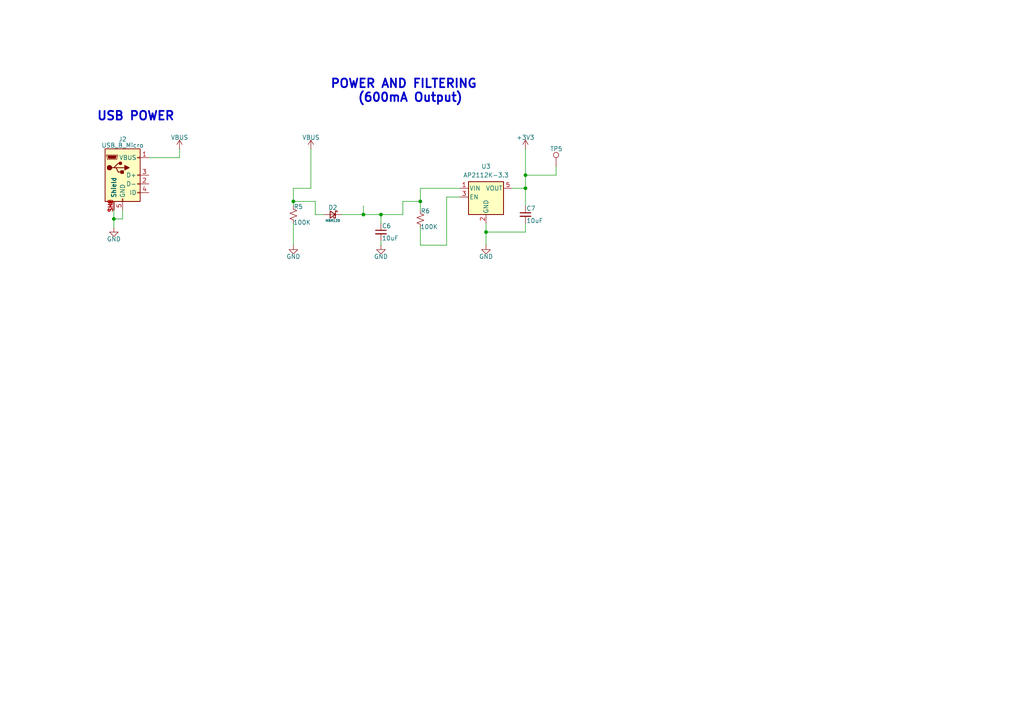
<source format=kicad_sch>
(kicad_sch (version 20231120) (generator "eeschema") (generator_version "8.0")
  (paper "A4")
  (lib_symbols
    (symbol "Connector:TestPoint" (pin_numbers hide) (pin_names (offset 0.762) hide)
      (property "Reference" "TP" (at 0 6.858 0))
      (property "Value" "TestPoint" (at 0 5.08 0))
      (symbol "TestPoint_0_1"
        (circle (center 0 3.302) (radius 0.762))
      )
      (symbol "TestPoint_1_1"
        (pin passive line (at 0 0 90) (length 2.54) (name "1") (number "1"))
      )
    )
    (symbol "Connector:USB_B_Micro" (pin_names (offset 1.016))
      (property "Reference" "J2" (at 0 10.414 0))
      (property "Value" "USB_B_Micro" (at 0 8.636 0))
      (symbol "USB_B_Micro_0_1"
        (rectangle (start -5.08 -7.62) (end 5.08 7.62) (stroke (width 0.254)) (fill (type background)))
        (circle (center -3.81 2.159) (radius 0.635) (stroke (width 0.254)) (fill (type outline)))
        (circle (center -0.635 3.429) (radius 0.381) (stroke (width 0.254)) (fill (type outline)))
        (rectangle (start -0.127 -7.62) (end 0.127 -6.858))
        (polyline (pts (xy -1.905 2.159) (xy 0.635 2.159)) (stroke (width 0.254)))
        (polyline (pts (xy -3.175 2.159) (xy -2.54 2.159) (xy -1.27 3.429) (xy -0.635 3.429)) (stroke (width 0.254)))
        (polyline (pts (xy -2.54 2.159) (xy -1.905 2.159) (xy -1.27 0.889) (xy 0 0.889)) (stroke (width 0.254)))
        (polyline (pts (xy 0.635 2.794) (xy 0.635 1.524) (xy 1.905 2.159) (xy 0.635 2.794)) (stroke (width 0.254)) (fill (type outline)))
        (polyline (pts (xy -4.318 5.588) (xy -1.778 5.588) (xy -2.032 4.826) (xy -4.064 4.826) (xy -4.318 5.588)) (fill (type outline)))
        (polyline (pts (xy -4.699 5.842) (xy -4.699 5.588) (xy -4.445 4.826) (xy -4.445 4.572) (xy -1.651 4.572) (xy -1.651 4.826) (xy -1.397 5.588) (xy -1.397 5.842) (xy -4.699 5.842)))
        (rectangle (start 0.254 1.27) (end -0.508 0.508) (stroke (width 0.254)) (fill (type outline)))
        (rectangle (start 5.08 -5.207) (end 4.318 -4.953))
        (rectangle (start 5.08 -2.667) (end 4.318 -2.413))
        (rectangle (start 5.08 -0.127) (end 4.318 0.127))
        (rectangle (start 5.08 4.953) (end 4.318 5.207))
      )
      (symbol "USB_B_Micro_1_1"
        (pin power_out line (at 7.62 5.08 180) (length 2.54) (name "VBUS") (number "1"))
        (pin bidirectional line (at 7.62 -2.54 180) (length 2.54) (name "D-") (number "2"))
        (pin bidirectional line (at 7.62 0 180) (length 2.54) (name "D+") (number "3"))
        (pin passive line (at 7.62 -5.08 180) (length 2.54) (name "ID") (number "4"))
        (pin power_out line (at 0 -10.16 90) (length 2.54) (name "GND") (number "5"))
        (pin passive line (at -2.54 -10.16 90) (length 2.54) (name "Shield") (number "SH1"))
        (pin passive line (at -2.54 -10.16 90) (length 2.54) (name "Shield") (number "SH2"))
        (pin passive line (at -2.54 -10.16 90) (length 2.54) (name "Shield") (number "SH3"))
        (pin passive line (at -2.54 -10.16 90) (length 2.54) (name "Shield") (number "SH4"))
        (pin passive line (at -2.54 -10.16 90) (length 2.54) (name "Shield") (number "SH5"))
        (pin passive line (at -2.54 -10.16 90) (length 2.54) (name "Shield") (number "SH6"))
        (pin passive line (at -2.54 -10.16 90) (length 2.54) (name "Shield") (number "SH7"))
        (pin passive line (at -2.54 -10.16 90) (length 2.54) (name "Shield") (number "SH8"))
      )
    )
    (symbol "Device:C_Small" (pin_numbers hide) (pin_names (offset 0.254) hide)
      (property "Reference" "C" (at 0.254 1.778 0))
      (property "Value" "C_Small" (at 0.254 -2.032 0))
      (symbol "C_Small_0_1"
        (polyline (pts (xy -1.524 -0.508) (xy 1.524 -0.508)) (stroke (width 0.3302)))
        (polyline (pts (xy -1.524 0.508) (xy 1.524 0.508)) (stroke (width 0.3048)))
      )
      (symbol "C_Small_1_1"
        (pin passive line (at 0 2.54 270) (length 2.032) (name "~") (number "1"))
        (pin passive line (at 0 -2.54 90) (length 2.032) (name "~") (number "2"))
      )
    )
    (symbol "Device:D_Schottky_Small" (pin_numbers hide) (pin_names (offset 0.254) hide)
      (property "Reference" "D" (at -1.27 2.032 0))
      (property "Value" "D_Schottky_Small" (at -7.112 -2.032 0))
      (symbol "D_Schottky_Small_0_1"
        (polyline (pts (xy -0.762 0) (xy 0.762 0)))
        (polyline (pts (xy 0.762 -1.016) (xy -0.762 0) (xy 0.762 1.016) (xy 0.762 -1.016)) (stroke (width 0.254)))
        (polyline (pts (xy -1.27 0.762) (xy -1.27 1.016) (xy -0.762 1.016) (xy -0.762 -1.016) (xy -0.254 -1.016) (xy -0.254 -0.762)) (stroke (width 0.254)))
      )
      (symbol "D_Schottky_Small_1_1"
        (pin passive line (at -2.54 0 0) (length 1.778) (name "K") (number "1"))
        (pin passive line (at 2.54 0 180) (length 1.778) (name "A") (number "2"))
      )
    )
    (symbol "Device:R_Small_US" (pin_numbers hide) (pin_names (offset 0.254) hide)
      (property "Reference" "R" (at 0.762 0.508 0))
      (property "Value" "R_Small_US" (at 0.762 -1.016 0))
      (symbol "R_Small_US_1_1"
        (polyline (pts (xy 0 0) (xy 1.016 -0.381) (xy 0 -0.762) (xy -1.016 -1.143) (xy 0 -1.524)))
        (polyline (pts (xy 0 1.524) (xy 1.016 1.143) (xy 0 0.762) (xy -1.016 0.381) (xy 0 0)))
        (pin passive line (at 0 2.54 270) (length 1.016) (name "~") (number "1"))
        (pin passive line (at 0 -2.54 90) (length 1.016) (name "~") (number "2"))
      )
    )
    (symbol "Regulator_Linear:AP2112K-3.3" (pin_names (offset 0.254))
      (property "Reference" "U" (at -5.08 5.715 0))
      (property "Value" "AP2112K-3.3" (at 0 5.715 0))
      (symbol "AP2112K-3.3_0_1"
        (rectangle (start -5.08 4.445) (end 5.08 -5.08) (stroke (width 0.254)) (fill (type background)))
      )
      (symbol "AP2112K-3.3_1_1"
        (pin power_in line (at -7.62 2.54 0) (length 2.54) (name "VIN") (number "1"))
        (pin power_in line (at 0 -7.62 90) (length 2.54) (name "GND") (number "2"))
        (pin input line (at -7.62 0 0) (length 2.54) (name "EN") (number "3"))
        (pin no_connect line (at 5.08 0 180) (length 2.54) hide (name "NC") (number "4"))
        (pin power_out line (at 7.62 2.54 180) (length 2.54) (name "VOUT") (number "5"))
      )
    )
    (symbol "power:+3V3" (power) (pin_numbers hide) (pin_names (offset 0) hide)
      (property "Value" "+3V3" (at 0 3.556 0))
      (symbol "+3V3_0_1"
        (polyline (pts (xy -0.762 1.27) (xy 0 2.54)))
        (polyline (pts (xy 0 0) (xy 0 2.54)))
        (polyline (pts (xy 0 2.54) (xy 0.762 1.27)))
      )
      (symbol "+3V3_1_1"
        (pin power_in line (at 0 0 90) (length 0) (name "~") (number "1"))
      )
    )
    (symbol "power:GND" (power) (pin_numbers hide) (pin_names (offset 0) hide)
      (property "Value" "GND" (at 0 -3.81 0))
      (symbol "GND_0_1"
        (polyline (pts (xy 0 0) (xy 0 -1.27) (xy 1.27 -1.27) (xy 0 -2.54) (xy -1.27 -1.27) (xy 0 -1.27)))
      )
      (symbol "GND_1_1"
        (pin power_in line (at 0 0 270) (length 0) (name "~") (number "1"))
      )
    )
    (symbol "power:VBUS" (power) (pin_numbers hide) (pin_names (offset 0) hide)
      (property "Value" "VBUS" (at 0 3.556 0))
      (symbol "VBUS_0_1"
        (polyline (pts (xy -0.762 1.27) (xy 0 2.54)))
        (polyline (pts (xy 0 0) (xy 0 2.54)))
        (polyline (pts (xy 0 2.54) (xy 0.762 1.27)))
      )
      (symbol "VBUS_1_1"
        (pin power_in line (at 0 0 90) (length 0) (name "~") (number "1"))
      )
    )
  )
  (junction (at 33.02 63.5))
  (junction (at 152.4 54.61))
  (junction (at 105.41 62.23))
  (junction (at 121.92 58.42))
  (junction (at 140.97 67.31))
  (junction (at 110.49 62.23))
  (junction (at 152.4 50.8))
  (junction (at 85.09 58.42))
  (wire (pts (xy 140.97 64.77) (xy 140.97 67.31)))
  (wire (pts (xy 85.09 54.61) (xy 90.17 54.61)))
  (wire (pts (xy 152.4 67.31) (xy 140.97 67.31)))
  (wire (pts (xy 90.17 43.18) (xy 90.17 54.61)))
  (wire (pts (xy 110.49 71.12) (xy 110.49 69.85)))
  (wire (pts (xy 91.44 62.23) (xy 91.44 58.42)))
  (wire (pts (xy 110.49 62.23) (xy 105.41 62.23)))
  (wire (pts (xy 121.92 54.61) (xy 121.92 58.42)))
  (wire (pts (xy 140.97 67.31) (xy 140.97 71.12)))
  (wire (pts (xy 161.29 50.8) (xy 152.4 50.8)))
  (wire (pts (xy 121.92 66.04) (xy 121.92 71.12)))
  (wire (pts (xy 35.56 60.96) (xy 35.56 63.5)))
  (wire (pts (xy 33.02 60.96) (xy 33.02 63.5)))
  (wire (pts (xy 161.29 48.26) (xy 161.29 50.8)))
  (wire (pts (xy 110.49 62.23) (xy 116.84 62.23)))
  (wire (pts (xy 93.98 62.23) (xy 91.44 62.23)))
  (wire (pts (xy 99.06 62.23) (xy 105.41 62.23)))
  (wire (pts (xy 152.4 50.8) (xy 152.4 54.61)))
  (wire (pts (xy 152.4 43.18) (xy 152.4 50.8)))
  (wire (pts (xy 148.59 54.61) (xy 152.4 54.61)))
  (wire (pts (xy 129.54 57.15) (xy 129.54 71.12)))
  (wire (pts (xy 121.92 58.42) (xy 121.92 60.96)))
  (wire (pts (xy 116.84 58.42) (xy 121.92 58.42)))
  (wire (pts (xy 133.35 57.15) (xy 129.54 57.15)))
  (wire (pts (xy 91.44 58.42) (xy 85.09 58.42)))
  (wire (pts (xy 85.09 54.61) (xy 85.09 58.42)))
  (wire (pts (xy 85.09 64.77) (xy 85.09 71.12)))
  (wire (pts (xy 33.02 63.5) (xy 35.56 63.5)))
  (wire (pts (xy 152.4 64.77) (xy 152.4 67.31)))
  (wire (pts (xy 52.07 43.18) (xy 52.07 45.72)))
  (wire (pts (xy 152.4 54.61) (xy 152.4 59.69)))
  (wire (pts (xy 43.18 45.72) (xy 52.07 45.72)))
  (wire (pts (xy 116.84 62.23) (xy 116.84 58.42)))
  (wire (pts (xy 110.49 64.77) (xy 110.49 62.23)))
  (wire (pts (xy 129.54 71.12) (xy 121.92 71.12)))
  (wire (pts (xy 85.09 58.42) (xy 85.09 59.69)))
  (wire (pts (xy 105.41 62.23) (xy 105.41 59.69)))
  (wire (pts (xy 33.02 63.5) (xy 33.02 66.04)))
  (wire (pts (xy 133.35 54.61) (xy 121.92 54.61)))
  (text "USB POWER" (at 39.37 33.782 0) (effects (font (size 2.5 2.5) (thickness 0.5) (bold yes))))
  (text "POWER AND FILTERING\n  (600mA Output)" (at 117.094 26.416 0) (effects (font (size 2.5 2.5) (thickness 0.5) (bold yes))))
  (symbol (lib_id "power:GND") (at 140.97 71.12 0) (unit 1)
    (property "Reference" "#PWR024" (effects (hide yes)))
    (property "Value" "GND" (at 140.97 74.422 0))
    (property "Description" "Power symbol creates a global label with name \"GND\" , ground" (effects (hide yes)))
  )
  (symbol (lib_id "power:GND") (at 85.09 71.12 0) (unit 1)
    (property "Reference" "#PWR022" (effects (hide yes)))
    (property "Value" "GND" (at 85.09 74.422 0))
    (property "Description" "Power symbol creates a global label with name \"GND\" , ground" (effects (hide yes)))
  )
  (symbol (lib_id "Device:C_Small") (at 110.49 67.31 0) (unit 1)
    (property "Reference" "C6" (at 110.744 65.532 0) (effects (justify left)))
    (property "Value" "10uF" (at 110.744 69.088 0) (effects (justify left)))
    (property "Footprint" "Capacitor_SMD:C_0603_1608Metric_Pad1.08x0.95mm_HandSolder" (effects (hide yes)))
    (property "Description" "Unpolarized capacitor, small symbol" (effects (hide yes)))
  )
  (symbol (lib_id "Connector:USB_B_Micro") (at 35.56 50.8 0) (unit 1)
    (property "Reference" "J2" (at 35.56 40.386 0))
    (property "Value" "USB_B_Micro" (at 35.56 42.164 0))
    (property "Footprint" "1050170001:MOLEX_1050170001" (effects (hide yes)))
    (property "Description" "USB Micro Type B connector" (effects (hide yes)))
  )
  (symbol (lib_id "Connector:TestPoint") (at 161.29 48.26 0) (unit 1)
    (property "Reference" "TP5" (at 159.512 43.18 0) (effects (justify left)))
    (property "Value" "TestPoint" (effects (hide yes)))
    (property "Footprint" "TestPoint:TestPoint_Pad_1.5x1.5mm" (effects (hide yes)))
    (property "Description" "test point" (effects (hide yes)))
  )
  (symbol (lib_id "Regulator_Linear:AP2112K-3.3") (at 140.97 57.15 0) (unit 1)
    (property "Reference" "U3" (at 140.97 48.26 0))
    (property "Value" "AP2112K-3.3" (at 140.97 50.8 0))
    (property "Footprint" "Package_TO_SOT_SMD:SOT-23-5" (effects (hide yes)))
    (property "Datasheet" "https://www.diodes.com/assets/Datasheets/AP2112.pdf" (effects (hide yes)))
    (property "Description" "600mA low dropout linear regulator, with enable pin, 3.8V-6V input voltage range, 3.3V fixed positive output, SOT-23-5" (effects (hide yes)))
  )
  (symbol (lib_id "Device:R_Small_US") (at 85.09 62.23 180) (unit 1)
    (property "Reference" "R5" (at 87.884 59.944 0) (effects (justify left)))
    (property "Value" "100K" (at 90.17 64.516 0) (effects (justify left)))
    (property "Footprint" "Resistor_SMD:R_0603_1608Metric_Pad0.98x0.95mm_HandSolder" (effects (hide yes)))
    (property "Description" "Resistor, small US symbol" (effects (hide yes)))
  )
  (symbol (lib_id "power:VBUS") (at 52.07 43.18 0) (unit 1)
    (property "Reference" "#PWR07" (effects (hide yes)))
    (property "Value" "VBUS" (at 52.07 39.878 0))
    (property "Description" "Power symbol creates a global label with name \"VBUS\"" (effects (hide yes)))
  )
  (symbol (lib_id "power:VBUS") (at 90.17 43.18 0) (unit 1)
    (property "Reference" "#PWR021" (effects (hide yes)))
    (property "Value" "VBUS" (at 90.17 39.878 0))
    (property "Description" "Power symbol creates a global label with name \"VBUS\"" (effects (hide yes)))
  )
  (symbol (lib_id "power:GND") (at 110.49 71.12 0) (unit 1)
    (property "Reference" "#PWR023" (effects (hide yes)))
    (property "Value" "GND" (at 110.49 74.422 0))
    (property "Description" "Power symbol creates a global label with name \"GND\" , ground" (effects (hide yes)))
  )
  (symbol (lib_id "power:+3V3") (at 152.4 43.18 0) (unit 1)
    (property "Reference" "#PWR025" (effects (hide yes)))
    (property "Value" "+3V3" (at 152.4 39.878 0))
    (property "Description" "Power symbol creates a global label with name \"+3V3\"" (effects (hide yes)))
  )
  (symbol (lib_id "power:GND") (at 33.02 66.04 0) (unit 1)
    (property "Reference" "#PWR08" (effects (hide yes)))
    (property "Value" "GND" (at 33.02 69.342 0))
    (property "Description" "Power symbol creates a global label with name \"GND\" , ground" (effects (hide yes)))
  )
  (symbol (lib_id "Device:D_Schottky_Small") (at 96.52 62.23 0) (mirror y) (unit 1)
    (property "Reference" "D2" (at 96.52 60.198 0))
    (property "Value" "MBR120" (at 96.52 64.008 0) (effects (font (size 0.7 0.7))))
    (property "Footprint" "Diode_SMD:D_SOD-123F" (effects (hide yes)))
    (property "Description" "Schottky diode, small symbol" (effects (hide yes)))
    (property "MFR#" "MBR120LSFT1G" (effects (hide yes)))
  )
  (symbol (lib_id "Device:R_Small_US") (at 121.92 63.5 180) (unit 1)
    (property "Reference" "R6" (at 124.714 61.214 0) (effects (justify left)))
    (property "Value" "100K" (at 127 65.786 0) (effects (justify left)))
    (property "Footprint" "Resistor_SMD:R_0603_1608Metric_Pad0.98x0.95mm_HandSolder" (effects (hide yes)))
    (property "Description" "Resistor, small US symbol" (effects (hide yes)))
  )
  (symbol (lib_id "Device:C_Small") (at 152.4 62.23 0) (unit 1)
    (property "Reference" "C7" (at 152.654 60.452 0) (effects (justify left)))
    (property "Value" "10uF" (at 152.654 64.008 0) (effects (justify left)))
    (property "Footprint" "Capacitor_SMD:C_0603_1608Metric_Pad1.08x0.95mm_HandSolder" (effects (hide yes)))
    (property "Description" "Unpolarized capacitor, small symbol" (effects (hide yes)))
  )
)
</source>
